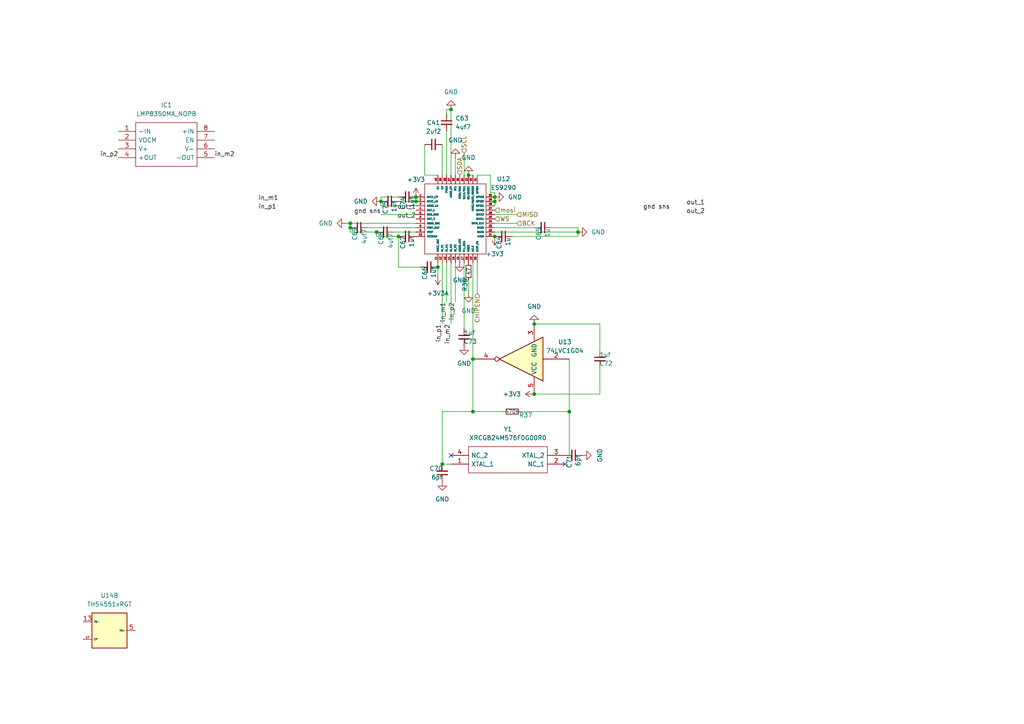
<source format=kicad_sch>
(kicad_sch (version 20231120) (generator "eeschema") (generator_version "8.0")
  (paper "A4")
  (lib_symbols
    (symbol "Library:+3V3" (power) (pin_numbers hide) (pin_names (offset 0) hide)
      (property "Value" "+3V3" (at 0 3.556 0))
      (symbol "+3V3_0_1"
        (polyline (pts (xy -0.762 1.27) (xy 0 2.54)))
        (polyline (pts (xy 0 0) (xy 0 2.54)))
        (polyline (pts (xy 0 2.54) (xy 0.762 1.27)))
      )
      (symbol "+3V3_1_1"
        (pin power_in line (at 0 0 90) (length 0) (name "~") (number "1"))
      )
    )
    (symbol "Library:74LVC1G04"
      (property "Reference" "U" (at 0 7.62 0))
      (property "Value" "74LVC1G04" (at 5.08 -7.62 0))
      (symbol "74LVC1G04_0_1"
        (polyline (pts (xy -7.62 6.35) (xy -7.62 -6.35) (xy 5.08 0) (xy -7.62 6.35)) (stroke (width 0.254)) (fill (type background)))
      )
      (symbol "74LVC1G04_1_1"
        (pin input line (at -15.24 0 0) (length 7.62) (name "~") (number "2"))
        (pin power_in line (at -5.08 -10.16 90) (length 5.08) (name "GND") (number "3"))
        (pin output inverted (at 12.7 0 180) (length 7.62) (name "~") (number "4"))
        (pin power_in line (at -5.08 10.16 270) (length 5.08) (name "VCC") (number "5"))
      )
    )
    (symbol "Library:C_Small" (pin_numbers hide) (pin_names (offset 0.254) hide)
      (property "Reference" "C" (at 0.254 1.778 0))
      (property "Value" "C_Small" (at 0.254 -2.032 0))
      (symbol "C_Small_0_1"
        (polyline (pts (xy -1.524 -0.508) (xy 1.524 -0.508)) (stroke (width 0.3302)))
        (polyline (pts (xy -1.524 0.508) (xy 1.524 0.508)) (stroke (width 0.3048)))
      )
      (symbol "C_Small_1_1"
        (pin passive line (at 0 2.54 270) (length 2.032) (name "~") (number "1"))
        (pin passive line (at 0 -2.54 90) (length 2.032) (name "~") (number "2"))
      )
    )
    (symbol "Library:GND" (power) (pin_numbers hide) (pin_names (offset 0) hide)
      (property "Value" "GND" (at 0 -3.81 0))
      (symbol "GND_0_1"
        (polyline (pts (xy 0 0) (xy 0 -1.27) (xy 1.27 -1.27) (xy 0 -2.54) (xy -1.27 -1.27) (xy 0 -1.27)))
      )
      (symbol "GND_1_1"
        (pin power_in line (at 0 0 270) (length 0) (name "~") (number "1"))
      )
    )
    (symbol "Library:LMP8350MA_NOPB" (pin_names (offset 0.762))
      (property "Reference" "IC" (at 24.13 7.62 0))
      (property "Value" "LMP8350MA_NOPB" (at 24.13 5.08 0))
      (symbol "LMP8350MA_NOPB_0_0"
        (pin passive line (at 0 0 0) (length 5.08) (name "-IN") (number "1"))
        (pin passive line (at 0 -2.54 0) (length 5.08) (name "VOCM") (number "2"))
        (pin passive line (at 0 -5.08 0) (length 5.08) (name "V+") (number "3"))
        (pin passive line (at 0 -7.62 0) (length 5.08) (name "+OUT") (number "4"))
        (pin passive line (at 27.94 -7.62 180) (length 5.08) (name "-OUT") (number "5"))
        (pin passive line (at 27.94 -5.08 180) (length 5.08) (name "V-") (number "6"))
        (pin passive line (at 27.94 -2.54 180) (length 5.08) (name "EN") (number "7"))
        (pin passive line (at 27.94 0 180) (length 5.08) (name "+IN") (number "8"))
      )
      (symbol "LMP8350MA_NOPB_0_1"
        (polyline (pts (xy 5.08 2.54) (xy 22.86 2.54) (xy 22.86 -10.16) (xy 5.08 -10.16) (xy 5.08 2.54)) (stroke (width 0.1524)))
      )
    )
    (symbol "Library:R_Small" (pin_numbers hide) (pin_names (offset 0.254) hide)
      (property "Reference" "R" (at 0.762 0.508 0))
      (property "Value" "R_Small" (at 0.762 -1.016 0))
      (symbol "R_Small_0_1"
        (rectangle (start -0.762 1.778) (end 0.762 -1.778) (stroke (width 0.2032)))
      )
      (symbol "R_Small_1_1"
        (pin passive line (at 0 2.54 270) (length 0.762) (name "~") (number "1"))
        (pin passive line (at 0 -2.54 90) (length 0.762) (name "~") (number "2"))
      )
    )
    (symbol "Library:THS4551xRGT"
      (property "Reference" "U" (at 0 6.35 0))
      (property "Value" "THS4551xRGT" (at 10.16 -6.35 0))
      (symbol "THS4551xRGT_1_1"
        (polyline (pts (xy -7.62 7.62) (xy -7.62 -7.62) (xy 7.62 0) (xy -7.62 7.62)) (stroke (width 0.254)) (fill (type background)))
        (pin output line (at -2.54 -7.62 90) (length 2.54) (name "FB-") (number "1"))
        (pin output line (at 7.62 2.54 180) (length 5.08) (name "OUT+") (number "10"))
        (pin output line (at 7.62 -2.54 180) (length 5.08) (name "OUT-") (number "11"))
        (pin input line (at -10.16 2.54 0) (length 2.54) (name "~{PD}") (number "12"))
        (pin input line (at -10.16 5.08 0) (length 2.54) (name "IN+") (number "2"))
        (pin input line (at -10.16 -5.08 0) (length 2.54) (name "IN-") (number "3"))
        (pin output line (at -2.54 7.62 270) (length 2.54) (name "FB+") (number "4"))
        (pin input line (at -10.16 -2.54 0) (length 2.54) (name "VOCM") (number "9"))
      )
      (symbol "THS4551xRGT_2_1"
        (rectangle (start -5.08 5.08) (end 5.08 -5.08) (stroke (width 0.254)) (fill (type background)))
        (pin power_in line (at -2.54 -7.62 90) (length 2.54) (name "VS-") (number "13"))
        (pin passive line (at -2.54 -7.62 90) (length 2.54) hide (name "VS-") (number "14"))
        (pin passive line (at -2.54 -7.62 90) (length 2.54) hide (name "VS-") (number "15"))
        (pin passive line (at -2.54 -7.62 90) (length 2.54) hide (name "VS-") (number "16"))
        (pin passive line (at 2.54 -7.62 90) (length 2.54) (name "EP") (number "17"))
        (pin power_in line (at 0 7.62 270) (length 2.54) (name "VS+") (number "5"))
        (pin passive line (at 0 7.62 270) (length 2.54) hide (name "VS+") (number "6"))
        (pin passive line (at 0 7.62 270) (length 2.54) hide (name "VS+") (number "7"))
        (pin passive line (at 0 7.62 270) (length 2.54) hide (name "VS+") (number "8"))
      )
    )
    (symbol "Library:XRCGB24M576F0G00R0" (pin_names (offset 0.762))
      (property "Reference" "Y" (at 29.21 7.62 0))
      (property "Value" "XRCGB24M576F0G00R0" (at 29.21 5.08 0))
      (symbol "XRCGB24M576F0G00R0_0_0"
        (pin passive line (at 0 -2.54 0) (length 5.08) (name "XTAL_1") (number "1"))
        (pin passive line (at 33.02 -2.54 180) (length 5.08) (name "NC_1") (number "2"))
        (pin passive line (at 33.02 0 180) (length 5.08) (name "XTAL_2") (number "3"))
        (pin passive line (at 0 0 0) (length 5.08) (name "NC_2") (number "4"))
      )
      (symbol "XRCGB24M576F0G00R0_0_1"
        (polyline (pts (xy 5.08 2.54) (xy 27.94 2.54) (xy 27.94 -5.08) (xy 5.08 -5.08) (xy 5.08 2.54)) (stroke (width 0.1524)))
      )
    )
    (symbol "Library:es9290"
      (property "Reference" "U" (at 2.794 0.508 0))
      (property "Value" "ES9290" (at 3.556 4.572 0))
      (symbol "es9290_0_1"
        (rectangle (start 0 -1.27) (end 17.78 -21.59))
      )
      (symbol "es9290_1_1"
        (pin input line (at -2.54 -5.08 0) (length 2.54) (name "AVCC_CP") (number "1"))
        (pin input line (at -2.54 -16.51 0) (length 2.54) (name "MICBIAS") (number "10"))
        (pin input line (at 3.81 -24.13 90) (length 2.54) (name "AVCC_ADC") (number "11"))
        (pin input line (at 5.08 -24.13 90) (length 2.54) (name "IN_P1") (number "12"))
        (pin input line (at 6.35 -24.13 90) (length 2.54) (name "IN_M1") (number "13"))
        (pin input line (at 7.62 -24.13 90) (length 2.54) (name "IN_M2") (number "14"))
        (pin input line (at 8.89 -24.13 90) (length 2.54) (name "IN_P2") (number "15"))
        (pin input line (at 10.16 -24.13 90) (length 2.54) (name "AGND_ADC") (number "16"))
        (pin input line (at 11.43 -24.13 90) (length 2.54) (name "PLL_REG") (number "17"))
        (pin input line (at 12.7 -24.13 90) (length 2.54) (name "MODE") (number "18"))
        (pin input line (at 13.97 -24.13 90) (length 2.54) (name "ACLK") (number "19"))
        (pin input line (at -2.54 -6.35 0) (length 2.54) (name "AVCC_LD") (number "2"))
        (pin input line (at 15.24 -24.13 90) (length 2.54) (name "CHIP_EN") (number "20"))
        (pin input line (at 20.32 -16.51 180) (length 2.54) (name "AVDD") (number "21"))
        (pin input line (at 20.32 -15.24 180) (length 2.54) (name "DGND") (number "22"))
        (pin input line (at 20.32 -13.97 180) (length 2.54) (name "DVDD") (number "23"))
        (pin input line (at 20.32 -12.7 180) (length 2.54) (name "DATA_CLK") (number "24"))
        (pin input line (at 20.32 -11.43 180) (length 2.54) (name "DATA1") (number "25"))
        (pin input line (at 20.32 -10.16 180) (length 2.54) (name "DATA2") (number "26"))
        (pin input line (at 20.32 -8.89 180) (length 2.54) (name "DATA3") (number "27"))
        (pin input line (at 20.32 -7.62 180) (length 2.54) (name "GPIO1") (number "28"))
        (pin input line (at 20.32 -6.35 180) (length 2.54) (name "GPIO2") (number "29"))
        (pin input line (at -2.54 -7.62 0) (length 2.54) (name "AGND_LD") (number "3"))
        (pin input line (at 20.32 -5.08 180) (length 2.54) (name "GPIO3") (number "30"))
        (pin input line (at 15.24 1.27 270) (length 2.54) (name "GPIO4") (number "31"))
        (pin input line (at 13.97 1.27 270) (length 2.54) (name "MISO/MUTE/ADDR0") (number "32"))
        (pin input line (at 12.7 1.27 270) (length 2.54) (name "SS/ADDR1") (number "33"))
        (pin input line (at 11.43 1.27 270) (length 2.54) (name "SCLK/SCL") (number "34"))
        (pin input line (at 10.16 1.27 270) (length 2.54) (name "MOSI/SDA") (number "35"))
        (pin input line (at 8.89 1.27 270) (length 2.54) (name "RT1") (number "36"))
        (pin input line (at 7.62 1.27 270) (length 2.54) (name "AGND_CP") (number "37"))
        (pin input line (at 6.35 1.27 270) (length 2.54) (name "PNEG") (number "38"))
        (pin input line (at 5.08 1.27 270) (length 2.54) (name "C2") (number "39"))
        (pin output line (at -2.54 -8.89 0) (length 2.54) (name "OUT_1") (number "4"))
        (pin input line (at 3.81 1.27 270) (length 2.54) (name "C1") (number "40"))
        (pin input line (at -2.54 -10.16 0) (length 2.54) (name "GND_SNS") (number "5"))
        (pin output line (at -2.54 -11.43 0) (length 2.54) (name "OUT_2") (number "6"))
        (pin input line (at -2.54 -12.7 0) (length 2.54) (name "AGND_DAC") (number "7"))
        (pin input line (at -2.54 -13.97 0) (length 2.54) (name "VREF_BUF") (number "8"))
        (pin input line (at -2.54 -15.24 0) (length 2.54) (name "VREF") (number "9"))
      )
    )
  )
  (junction (at 109.22 67.31))
  (junction (at 137.16 119.38))
  (junction (at 120.65 58.42))
  (junction (at 165.1 119.38))
  (junction (at 127 77.47))
  (junction (at 167.64 67.31))
  (junction (at 128.27 134.62))
  (junction (at 135.89 50.8))
  (junction (at 154.94 93.98))
  (junction (at 143.51 68.58))
  (junction (at 137.16 104.14))
  (junction (at 115.57 68.58))
  (junction (at 143.51 58.42))
  (junction (at 154.94 114.3))
  (junction (at 101.6 66.04))
  (junction (at 110.49 58.42))
  (junction (at 101.6 64.77))
  (junction (at 120.65 57.15))
  (junction (at 143.51 57.15))
  (junction (at 130.81 31.75))
  (no_connect (at 163.83 134.62))
  (no_connect (at 130.81 132.08))
  (wire (pts (xy 120.65 57.15) (xy 120.65 58.42)))
  (wire (pts (xy 138.43 76.2) (xy 138.43 85.09)))
  (wire (pts (xy 137.16 119.38) (xy 146.05 119.38)))
  (wire (pts (xy 129.54 33.02) (xy 129.54 31.75)))
  (wire (pts (xy 137.16 119.38) (xy 137.16 104.14)))
  (wire (pts (xy 143.51 64.77) (xy 149.86 64.77)))
  (wire (pts (xy 134.62 44.45) (xy 134.62 50.8)))
  (wire (pts (xy 110.49 59.69) (xy 110.49 58.42)))
  (wire (pts (xy 128.27 119.38) (xy 137.16 119.38)))
  (wire (pts (xy 134.62 76.2) (xy 134.62 95.25)))
  (wire (pts (xy 138.43 50.8) (xy 142.24 50.8)))
  (wire (pts (xy 120.65 62.23) (xy 110.49 62.23)))
  (wire (pts (xy 129.54 31.75) (xy 130.81 31.75)))
  (wire (pts (xy 132.08 76.2) (xy 132.08 87.63)))
  (wire (pts (xy 167.64 66.04) (xy 167.64 67.31)))
  (wire (pts (xy 123.19 41.91) (xy 123.19 50.8)))
  (wire (pts (xy 167.64 68.58) (xy 167.64 67.31)))
  (wire (pts (xy 135.89 81.28) (xy 135.89 85.09)))
  (wire (pts (xy 101.6 64.77) (xy 101.6 66.04)))
  (wire (pts (xy 101.6 64.77) (xy 120.65 64.77)))
  (wire (pts (xy 137.16 76.2) (xy 137.16 104.14)))
  (wire (pts (xy 154.94 93.98) (xy 173.99 93.98)))
  (wire (pts (xy 143.51 62.23) (xy 149.86 62.23)))
  (wire (pts (xy 142.24 55.88) (xy 143.51 55.88)))
  (wire (pts (xy 109.22 68.58) (xy 109.22 67.31)))
  (wire (pts (xy 129.54 76.2) (xy 129.54 87.63)))
  (wire (pts (xy 115.57 77.47) (xy 115.57 68.58)))
  (wire (pts (xy 148.59 68.58) (xy 167.64 68.58)))
  (wire (pts (xy 115.57 57.15) (xy 110.49 57.15)))
  (wire (pts (xy 123.19 50.8) (xy 127 50.8)))
  (wire (pts (xy 127 77.47) (xy 127 76.2)))
  (wire (pts (xy 127 80.01) (xy 127 77.47)))
  (wire (pts (xy 128.27 76.2) (xy 128.27 93.98)))
  (wire (pts (xy 173.99 101.6) (xy 173.99 93.98)))
  (wire (pts (xy 114.3 67.31) (xy 120.65 67.31)))
  (wire (pts (xy 160.02 66.04) (xy 167.64 66.04)))
  (wire (pts (xy 143.51 66.04) (xy 154.94 66.04)))
  (wire (pts (xy 130.81 31.75) (xy 130.81 50.8)))
  (wire (pts (xy 132.08 45.72) (xy 132.08 50.8)))
  (wire (pts (xy 128.27 41.91) (xy 128.27 50.8)))
  (wire (pts (xy 101.6 67.31) (xy 101.6 66.04)))
  (wire (pts (xy 143.51 55.88) (xy 143.51 57.15)))
  (wire (pts (xy 120.65 59.69) (xy 110.49 59.69)))
  (wire (pts (xy 128.27 134.62) (xy 128.27 119.38)))
  (wire (pts (xy 106.68 66.04) (xy 120.65 66.04)))
  (wire (pts (xy 129.54 38.1) (xy 129.54 50.8)))
  (wire (pts (xy 130.81 76.2) (xy 130.81 93.98)))
  (wire (pts (xy 154.94 114.3) (xy 173.99 114.3)))
  (wire (pts (xy 115.57 68.58) (xy 109.22 68.58)))
  (wire (pts (xy 142.24 50.8) (xy 142.24 55.88)))
  (wire (pts (xy 135.89 50.8) (xy 137.16 50.8)))
  (wire (pts (xy 143.51 57.15) (xy 143.51 58.42)))
  (wire (pts (xy 130.81 134.62) (xy 128.27 134.62)))
  (wire (pts (xy 165.1 132.08) (xy 165.1 119.38)))
  (wire (pts (xy 109.22 67.31) (xy 101.6 67.31)))
  (wire (pts (xy 143.51 58.42) (xy 143.51 59.69)))
  (wire (pts (xy 100.33 64.77) (xy 101.6 64.77)))
  (wire (pts (xy 110.49 57.15) (xy 110.49 58.42)))
  (wire (pts (xy 143.51 67.31) (xy 167.64 67.31)))
  (wire (pts (xy 165.1 104.14) (xy 165.1 119.38)))
  (wire (pts (xy 121.92 77.47) (xy 115.57 77.47)))
  (wire (pts (xy 115.57 58.42) (xy 120.65 58.42)))
  (wire (pts (xy 165.1 119.38) (xy 151.13 119.38)))
  (wire (pts (xy 173.99 114.3) (xy 173.99 106.68)))
  (label "in_m2" (at 62.23 45.72 0))
  (label "in_p1" (at 128.27 93.98 270))
  (label "gnd sns" (at 110.49 62.23 180))
  (label "gnd sns" (at 194.31 60.96 180))
  (label "in_m1" (at 74.93 58.42 0))
  (label "in_m2" (at 130.81 93.98 270))
  (label "out_2" (at 204.47 62.23 180))
  (label "out_1" (at 204.47 59.69 180))
  (label "in_p2" (at 34.29 45.72 180))
  (label "out_1" (at 120.65 60.96 180))
  (label "in_p2" (at 132.08 87.63 270))
  (label "in_m1" (at 129.54 87.63 270))
  (label "out_2" (at 120.65 63.5 180))
  (label "in_p1" (at 74.93 60.96 0))
  (hierarchical_label "WS" (shape input) (at 143.51 63.5 0))
  (hierarchical_label "MISO" (shape input) (at 149.86 62.23 0))
  (hierarchical_label "mosi" (shape input) (at 143.51 60.96 0))
  (hierarchical_label "CHIPEN" (shape input) (at 138.43 85.09 270))
  (hierarchical_label "SCL" (shape input) (at 134.62 44.45 90))
  (hierarchical_label "BCK" (shape input) (at 149.86 64.77 0))
  (hierarchical_label "SDA" (shape input) (at 133.35 50.8 90))
  (symbol (lib_id "Library:GND") (at 100.33 64.77 270) (unit 1)
    (property "Reference" "#PWR0124" (effects (hide yes)))
    (property "Value" "GND" (at 96.52 64.7699 90) (effects (justify right)))
    (property "Description" "Power symbol creates a global label with name \"GND\" , ground" (effects (hide yes)))
  )
  (symbol (lib_id "Library:GND") (at 110.49 58.42 270) (unit 1)
    (property "Reference" "#PWR0131" (effects (hide yes)))
    (property "Value" "GND" (at 106.68 58.4199 90) (effects (justify right)))
    (property "Description" "Power symbol creates a global label with name \"GND\" , ground" (effects (hide yes)))
  )
  (symbol (lib_id "Library:R_Small") (at 135.89 78.74 0) (unit 1)
    (property "Reference" "R36" (at 134.874 84.582 90) (effects (justify left)))
    (property "Value" "47" (at 135.89 79.756 90) (effects (font (size 1.016 1.016)) (justify left)))
    (property "Description" "Resistor, small symbol" (effects (hide yes)))
  )
  (symbol (lib_id "Library:GND") (at 130.81 31.75 180) (unit 1)
    (property "Reference" "#PWR0121" (effects (hide yes)))
    (property "Value" "GND" (at 130.81 26.67 0))
    (property "Description" "Power symbol creates a global label with name \"GND\" , ground" (effects (hide yes)))
  )
  (symbol (lib_id "Library:GND") (at 143.51 57.15 90) (unit 1)
    (property "Reference" "#PWR0120" (effects (hide yes)))
    (property "Value" "GND" (at 147.32 57.1499 90) (effects (justify right)))
    (property "Description" "Power symbol creates a global label with name \"GND\" , ground" (effects (hide yes)))
  )
  (symbol (lib_id "Library:es9290") (at 123.19 52.07 0) (unit 1)
    (property "Reference" "U12" (at 146.05 51.8792 0))
    (property "Value" "ES9290" (at 146.05 54.4192 0))
    (property "Datasheet" "https://nl.mouser.com/datasheet/2/1082/ES9290_Datasheet_v0_3_2-3535109.pdf" (effects (hide yes)))
    (property "Description" "stereo codec" (effects (hide yes)))
  )
  (symbol (lib_id "Library:GND") (at 135.89 50.8 180) (unit 1)
    (property "Reference" "#PWR080" (effects (hide yes)))
    (property "Value" "GND" (at 135.89 45.72 0))
    (property "Description" "Power symbol creates a global label with name \"GND\" , ground" (effects (hide yes)))
  )
  (symbol (lib_id "Library:74LVC1G04") (at 149.86 104.14 180) (unit 1)
    (property "Reference" "U13" (at 163.83 99.1868 0))
    (property "Value" "74LVC1G04" (at 163.83 101.7268 0))
    (property "Datasheet" "https://www.ti.com/lit/ds/symlink/sn74lvc1g04.pdf" (effects (hide yes)))
    (property "Description" "Single NOT Gate, Low-Voltage CMOS" (effects (hide yes)))
  )
  (symbol (lib_id "Library:C_Small") (at 157.48 66.04 270) (unit 1)
    (property "Reference" "C65" (at 156.21 67.818 0))
    (property "Value" "1u" (at 158.75 67.564 0))
    (property "Description" "Unpolarized capacitor, small symbol" (effects (hide yes)))
  )
  (symbol (lib_id "Library:C_Small") (at 129.54 35.56 0) (unit 1)
    (property "Reference" "C63" (at 132.08 34.2962 0) (effects (justify left)))
    (property "Value" "4uf7" (at 132.08 36.8362 0) (effects (justify left)))
    (property "Description" "Unpolarized capacitor, small symbol" (effects (hide yes)))
  )
  (symbol (lib_id "Library:R_Small") (at 148.59 119.38 90) (unit 1)
    (property "Reference" "R37" (at 154.432 120.396 90) (effects (justify left)))
    (property "Value" "470K" (at 150.622 119.38 90) (effects (font (size 1.016 1.016)) (justify left)))
    (property "Description" "Resistor, small symbol" (effects (hide yes)))
  )
  (symbol (lib_id "Library:C_Small") (at 173.99 104.14 0) (unit 1)
    (property "Reference" "C72" (at 175.768 105.41 0))
    (property "Value" "1uf" (at 175.514 102.87 0))
    (property "Description" "Unpolarized capacitor, small symbol" (effects (hide yes)))
  )
  (symbol (lib_id "Library:GND") (at 154.94 93.98 180) (unit 1)
    (property "Reference" "#PWR0127" (effects (hide yes)))
    (property "Value" "GND" (at 154.94 88.9 0))
    (property "Description" "Power symbol creates a global label with name \"GND\" , ground" (effects (hide yes)))
  )
  (symbol (lib_id "Library:GND") (at 132.08 45.72 180) (unit 1)
    (property "Reference" "#PWR0122" (effects (hide yes)))
    (property "Value" "GND" (at 132.08 40.64 0))
    (property "Description" "Power symbol creates a global label with name \"GND\" , ground" (effects (hide yes)))
  )
  (symbol (lib_id "Library:C_Small") (at 111.76 67.31 270) (unit 1)
    (property "Reference" "C68" (at 110.49 69.088 0))
    (property "Value" "4uf7" (at 113.284 69.85 0))
    (property "Description" "Unpolarized capacitor, small symbol" (effects (hide yes)))
  )
  (symbol (lib_id "Library:GND") (at 134.62 100.33 0) (unit 1)
    (property "Reference" "#PWR0129" (effects (hide yes)))
    (property "Value" "GND" (at 134.62 105.41 0))
    (property "Description" "Power symbol creates a global label with name \"GND\" , ground" (effects (hide yes)))
  )
  (symbol (lib_id "Library:+3V3") (at 143.51 68.58 180) (unit 1)
    (property "Reference" "#PWR0119" (effects (hide yes)))
    (property "Value" "+3V3" (at 143.51 73.66 0))
    (property "Description" "Power symbol creates a global label with name \"+3V3\"" (effects (hide yes)))
  )
  (symbol (lib_id "Library:+3V3") (at 154.94 114.3 90) (unit 1)
    (property "Reference" "#PWR0128" (effects (hide yes)))
    (property "Value" "+3V3" (at 151.13 114.2999 90) (effects (justify left)))
    (property "Description" "Power symbol creates a global label with name \"+3V3\"" (effects (hide yes)))
  )
  (symbol (lib_id "Library:+3V3") (at 120.65 57.15 0) (unit 1)
    (property "Reference" "#PWR0117" (effects (hide yes)))
    (property "Value" "+3V3" (at 120.65 52.07 0))
    (property "Description" "Power symbol creates a global label with name \"+3V3\"" (effects (hide yes)))
  )
  (symbol (lib_id "Library:+3V3") (at 127 80.01 180) (unit 1)
    (property "Reference" "#PWR0118" (effects (hide yes)))
    (property "Value" "+3V3A" (at 127 85.09 0))
    (property "Description" "Power symbol creates a global label with name \"+3V3\"" (effects (hide yes)))
  )
  (symbol (lib_id "Library:C_Small") (at 134.62 97.79 0) (unit 1)
    (property "Reference" "C73" (at 136.398 99.06 0))
    (property "Value" "1uf" (at 136.144 96.52 0))
    (property "Description" "Unpolarized capacitor, small symbol" (effects (hide yes)))
  )
  (symbol (lib_id "Library:C_Small") (at 166.37 132.08 270) (unit 1)
    (property "Reference" "C71" (at 165.1 133.858 0))
    (property "Value" "6pf" (at 167.64 133.604 0))
    (property "Description" "Unpolarized capacitor, small symbol" (effects (hide yes)))
  )
  (symbol (lib_id "Library:GND") (at 168.91 132.08 90) (unit 1)
    (property "Reference" "#PWR0126" (effects (hide yes)))
    (property "Value" "GND" (at 173.99 132.08 0))
    (property "Description" "Power symbol creates a global label with name \"GND\" , ground" (effects (hide yes)))
  )
  (symbol (lib_id "Library:C_Small") (at 118.11 57.15 270) (unit 1)
    (property "Reference" "C74" (at 116.84 58.928 0))
    (property "Value" "1uf" (at 119.38 58.674 0))
    (property "Description" "Unpolarized capacitor, small symbol" (effects (hide yes)))
  )
  (symbol (lib_id "Library:LMP8350MA_NOPB") (at 34.29 38.1 0) (unit 1)
    (property "Reference" "IC1" (at 48.26 30.48 0))
    (property "Value" "LMP8350MA_NOPB" (at 48.26 33.02 0))
    (property "Footprint" "SOIC127P600X175-8N" (effects (hide yes)))
    (property "Datasheet" "http://www.ti.com/lit/gpn/lmp8350" (effects (hide yes)))
    (property "Description" "Ultra Low Distortion Fully Differential Precision ADC Driver with Selectable Power Modes" (effects (hide yes)))
    (property "Description_1" "Ultra Low Distortion Fully Differential Precision ADC Driver with Selectable Power Modes" (effects (hide yes)))
    (property "Height" "1.75" (effects (hide yes)))
    (property "Mouser Part Number" "926-LMP8350MA/NOPB" (effects (hide yes)))
    (property "Mouser Price/Stock" "https://www.mouser.co.uk/ProductDetail/Texas-Instruments/LMP8350MA-NOPB?qs=OYMYEaN9QmBOQoVkyNgTKw%3D%3D" (effects (hide yes)))
    (property "Manufacturer_Name" "Texas Instruments" (effects (hide yes)))
    (property "Manufacturer_Part_Number" "LMP8350MA/NOPB" (effects (hide yes)))
  )
  (symbol (lib_id "Library:THS4551xRGT") (at 31.75 182.88 270) (unit 2)
    (property "Reference" "U14" (at 31.75 172.72 90))
    (property "Value" "THS4551xRGT" (at 31.75 175.26 90))
    (property "Footprint" "Package_DFN_QFN:VQFN-16-1EP_3x3mm_P0.5mm_EP1.68x1.68mm" (effects (hide yes)))
    (property "Datasheet" "https://www.ti.com/lit/ds/symlink/ths4551.pdf" (effects (hide yes)))
    (property "Description" "Low-Noise Precision Fully Differential Amplifier, VQFN-16" (effects (hide yes)))
  )
  (symbol (lib_id "Library:C_Small") (at 118.11 68.58 270) (unit 1)
    (property "Reference" "C67" (at 116.84 70.358 0))
    (property "Value" "1uf" (at 119.38 70.104 0))
    (property "Description" "Unpolarized capacitor, small symbol" (effects (hide yes)))
  )
  (symbol (lib_id "Library:C_Small") (at 146.05 68.58 270) (unit 1)
    (property "Reference" "C64" (at 144.78 70.358 0))
    (property "Value" "1u" (at 147.32 70.104 0))
    (property "Description" "Unpolarized capacitor, small symbol" (effects (hide yes)))
  )
  (symbol (lib_id "Library:XRCGB24M576F0G00R0") (at 130.81 132.08 0) (unit 1)
    (property "Reference" "Y1" (at 147.32 124.46 0))
    (property "Value" "XRCGB24M576F0G00R0" (at 147.32 127 0))
    (property "Footprint" "XRCGB" (effects (hide yes)))
    (property "Datasheet" "https://www.murata.com/en-us/products/productdetail.aspx?cate=cgsubResonators&partno=XRCGB24M576F0G00R0" (effects (hide yes)))
    (property "Description" "24.576 MHz +/-100ppm Crystal 6pF 150 Ohms 4-SMD, No Lead" (effects (hide yes)))
    (property "Description_1" "24.576 MHz +/-100ppm Crystal 6pF 150 Ohms 4-SMD, No Lead" (effects (hide yes)))
    (property "Height" "0.7" (effects (hide yes)))
    (property "Mouser Part Number" "81-XRCGB24M576F0G0R0" (effects (hide yes)))
    (property "Mouser Price/Stock" "https://www.mouser.co.uk/ProductDetail/Murata-Electronics/XRCGB24M576F0G00R0?qs=coxMWmu44UDClV5WatfkSQ%3D%3D" (effects (hide yes)))
    (property "Manufacturer_Name" "Murata Electronics" (effects (hide yes)))
    (property "Manufacturer_Part_Number" "XRCGB24M576F0G00R0" (effects (hide yes)))
  )
  (symbol (lib_id "Library:GND") (at 135.89 85.09 0) (unit 1)
    (property "Reference" "#PWR076" (effects (hide yes)))
    (property "Value" "GND" (at 135.89 90.17 0))
    (property "Description" "Power symbol creates a global label with name \"GND\" , ground" (effects (hide yes)))
  )
  (symbol (lib_id "Library:C_Small") (at 128.27 137.16 180) (unit 1)
    (property "Reference" "C70" (at 126.492 135.89 0))
    (property "Value" "6pf" (at 126.746 138.43 0))
    (property "Description" "Unpolarized capacitor, small symbol" (effects (hide yes)))
  )
  (symbol (lib_id "Library:GND") (at 133.35 76.2 0) (unit 1)
    (property "Reference" "#PWR0130" (effects (hide yes)))
    (property "Value" "GND" (at 133.35 81.28 0))
    (property "Description" "Power symbol creates a global label with name \"GND\" , ground" (effects (hide yes)))
  )
  (symbol (lib_id "Library:C_Small") (at 113.03 58.42 270) (unit 1)
    (property "Reference" "C75" (at 111.76 60.198 0))
    (property "Value" "1uf" (at 114.3 59.944 0))
    (property "Description" "Unpolarized capacitor, small symbol" (effects (hide yes)))
  )
  (symbol (lib_id "Library:C_Small") (at 125.73 41.91 90) (unit 1)
    (property "Reference" "C41" (at 125.7363 35.56 90))
    (property "Value" "2uf2" (at 125.7363 38.1 90))
    (property "Description" "Unpolarized capacitor, small symbol" (effects (hide yes)))
  )
  (symbol (lib_id "Library:C_Small") (at 124.46 77.47 270) (unit 1)
    (property "Reference" "C66" (at 123.19 79.248 0))
    (property "Value" "1uf" (at 125.73 78.994 0))
    (property "Description" "Unpolarized capacitor, small symbol" (effects (hide yes)))
  )
  (symbol (lib_id "Library:GND") (at 167.64 67.31 90) (unit 1)
    (property "Reference" "#PWR0123" (effects (hide yes)))
    (property "Value" "GND" (at 171.45 67.3099 90) (effects (justify right)))
    (property "Description" "Power symbol creates a global label with name \"GND\" , ground" (effects (hide yes)))
  )
  (symbol (lib_id "Library:C_Small") (at 104.14 66.04 270) (unit 1)
    (property "Reference" "C69" (at 102.87 67.818 0))
    (property "Value" "4uf7" (at 105.664 68.58 0))
    (property "Description" "Unpolarized capacitor, small symbol" (effects (hide yes)))
  )
  (symbol (lib_id "Library:GND") (at 128.27 139.7 0) (unit 1)
    (property "Reference" "#PWR0125" (effects (hide yes)))
    (property "Value" "GND" (at 128.27 144.78 0))
    (property "Description" "Power symbol creates a global label with name \"GND\" , ground" (effects (hide yes)))
  )
)
</source>
